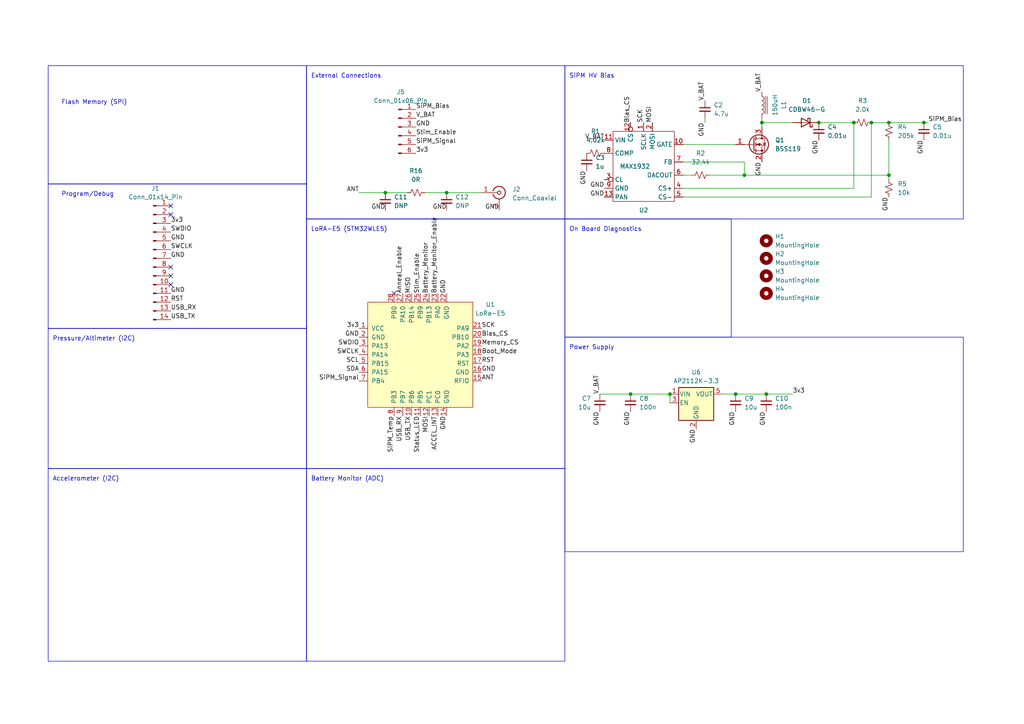
<source format=kicad_sch>
(kicad_sch (version 20230121) (generator eeschema)
  (paper "A4")
  (lib_symbols
    (symbol "Connector:Conn_01x06_Pin" (pin_names (offset 1.016) hide)
      (property "Reference" "J" (at 0 7.62 0))
      (property "Value" "Conn_01x06_Pin" (at 0 -10.16 0))
      (symbol "Conn_01x06_Pin_1_1"
        (polyline (pts (xy 1.27 -7.62) (xy 0.8636 -7.62)) (stroke (width 0.1524)))
        (polyline (pts (xy 1.27 -5.08) (xy 0.8636 -5.08)) (stroke (width 0.1524)))
        (polyline (pts (xy 1.27 -2.54) (xy 0.8636 -2.54)) (stroke (width 0.1524)))
        (polyline (pts (xy 1.27 0) (xy 0.8636 0)) (stroke (width 0.1524)))
        (polyline (pts (xy 1.27 2.54) (xy 0.8636 2.54)) (stroke (width 0.1524)))
        (polyline (pts (xy 1.27 5.08) (xy 0.8636 5.08)) (stroke (width 0.1524)))
        (rectangle (start 0.8636 -7.493) (end 0 -7.747) (stroke (width 0.1524)) (fill (type outline)))
        (rectangle (start 0.8636 -4.953) (end 0 -5.207) (stroke (width 0.1524)) (fill (type outline)))
        (rectangle (start 0.8636 -2.413) (end 0 -2.667) (stroke (width 0.1524)) (fill (type outline)))
        (rectangle (start 0.8636 0.127) (end 0 -0.127) (stroke (width 0.1524)) (fill (type outline)))
        (rectangle (start 0.8636 2.667) (end 0 2.413) (stroke (width 0.1524)) (fill (type outline)))
        (rectangle (start 0.8636 5.207) (end 0 4.953) (stroke (width 0.1524)) (fill (type outline)))
        (pin passive line (at 5.08 5.08 180) (length 3.81) (name "Pin_1") (number "1"))
        (pin passive line (at 5.08 2.54 180) (length 3.81) (name "Pin_2") (number "2"))
        (pin passive line (at 5.08 0 180) (length 3.81) (name "Pin_3") (number "3"))
        (pin passive line (at 5.08 -2.54 180) (length 3.81) (name "Pin_4") (number "4"))
        (pin passive line (at 5.08 -5.08 180) (length 3.81) (name "Pin_5") (number "5"))
        (pin passive line (at 5.08 -7.62 180) (length 3.81) (name "Pin_6") (number "6"))
      )
    )
    (symbol "Connector:Conn_01x14_Pin" (pin_names (offset 1.016) hide)
      (property "Reference" "J" (at 0 17.78 0))
      (property "Value" "Conn_01x14_Pin" (at 0 -20.32 0))
      (symbol "Conn_01x14_Pin_1_1"
        (polyline (pts (xy 1.27 -17.78) (xy 0.8636 -17.78)) (stroke (width 0.1524)))
        (polyline (pts (xy 1.27 -15.24) (xy 0.8636 -15.24)) (stroke (width 0.1524)))
        (polyline (pts (xy 1.27 -12.7) (xy 0.8636 -12.7)) (stroke (width 0.1524)))
        (polyline (pts (xy 1.27 -10.16) (xy 0.8636 -10.16)) (stroke (width 0.1524)))
        (polyline (pts (xy 1.27 -7.62) (xy 0.8636 -7.62)) (stroke (width 0.1524)))
        (polyline (pts (xy 1.27 -5.08) (xy 0.8636 -5.08)) (stroke (width 0.1524)))
        (polyline (pts (xy 1.27 -2.54) (xy 0.8636 -2.54)) (stroke (width 0.1524)))
        (polyline (pts (xy 1.27 0) (xy 0.8636 0)) (stroke (width 0.1524)))
        (polyline (pts (xy 1.27 2.54) (xy 0.8636 2.54)) (stroke (width 0.1524)))
        (polyline (pts (xy 1.27 5.08) (xy 0.8636 5.08)) (stroke (width 0.1524)))
        (polyline (pts (xy 1.27 7.62) (xy 0.8636 7.62)) (stroke (width 0.1524)))
        (polyline (pts (xy 1.27 10.16) (xy 0.8636 10.16)) (stroke (width 0.1524)))
        (polyline (pts (xy 1.27 12.7) (xy 0.8636 12.7)) (stroke (width 0.1524)))
        (polyline (pts (xy 1.27 15.24) (xy 0.8636 15.24)) (stroke (width 0.1524)))
        (rectangle (start 0.8636 -17.653) (end 0 -17.907) (stroke (width 0.1524)) (fill (type outline)))
        (rectangle (start 0.8636 -15.113) (end 0 -15.367) (stroke (width 0.1524)) (fill (type outline)))
        (rectangle (start 0.8636 -12.573) (end 0 -12.827) (stroke (width 0.1524)) (fill (type outline)))
        (rectangle (start 0.8636 -10.033) (end 0 -10.287) (stroke (width 0.1524)) (fill (type outline)))
        (rectangle (start 0.8636 -7.493) (end 0 -7.747) (stroke (width 0.1524)) (fill (type outline)))
        (rectangle (start 0.8636 -4.953) (end 0 -5.207) (stroke (width 0.1524)) (fill (type outline)))
        (rectangle (start 0.8636 -2.413) (end 0 -2.667) (stroke (width 0.1524)) (fill (type outline)))
        (rectangle (start 0.8636 0.127) (end 0 -0.127) (stroke (width 0.1524)) (fill (type outline)))
        (rectangle (start 0.8636 2.667) (end 0 2.413) (stroke (width 0.1524)) (fill (type outline)))
        (rectangle (start 0.8636 5.207) (end 0 4.953) (stroke (width 0.1524)) (fill (type outline)))
        (rectangle (start 0.8636 7.747) (end 0 7.493) (stroke (width 0.1524)) (fill (type outline)))
        (rectangle (start 0.8636 10.287) (end 0 10.033) (stroke (width 0.1524)) (fill (type outline)))
        (rectangle (start 0.8636 12.827) (end 0 12.573) (stroke (width 0.1524)) (fill (type outline)))
        (rectangle (start 0.8636 15.367) (end 0 15.113) (stroke (width 0.1524)) (fill (type outline)))
        (pin passive line (at 5.08 15.24 180) (length 3.81) (name "Pin_1") (number "1"))
        (pin passive line (at 5.08 -7.62 180) (length 3.81) (name "Pin_10") (number "10"))
        (pin passive line (at 5.08 -10.16 180) (length 3.81) (name "Pin_11") (number "11"))
        (pin passive line (at 5.08 -12.7 180) (length 3.81) (name "Pin_12") (number "12"))
        (pin passive line (at 5.08 -15.24 180) (length 3.81) (name "Pin_13") (number "13"))
        (pin passive line (at 5.08 -17.78 180) (length 3.81) (name "Pin_14") (number "14"))
        (pin passive line (at 5.08 12.7 180) (length 3.81) (name "Pin_2") (number "2"))
        (pin passive line (at 5.08 10.16 180) (length 3.81) (name "Pin_3") (number "3"))
        (pin passive line (at 5.08 7.62 180) (length 3.81) (name "Pin_4") (number "4"))
        (pin passive line (at 5.08 5.08 180) (length 3.81) (name "Pin_5") (number "5"))
        (pin passive line (at 5.08 2.54 180) (length 3.81) (name "Pin_6") (number "6"))
        (pin passive line (at 5.08 0 180) (length 3.81) (name "Pin_7") (number "7"))
        (pin passive line (at 5.08 -2.54 180) (length 3.81) (name "Pin_8") (number "8"))
        (pin passive line (at 5.08 -5.08 180) (length 3.81) (name "Pin_9") (number "9"))
      )
    )
    (symbol "Connector:Conn_Coaxial" (pin_names (offset 1.016) hide)
      (property "Reference" "J" (at 0.254 3.048 0))
      (property "Value" "Conn_Coaxial" (at 2.921 0 90))
      (symbol "Conn_Coaxial_0_1"
        (arc (start -1.778 -0.508) (mid 0.2311 -1.8066) (end 1.778 0) (stroke (width 0.254)))
        (polyline (pts (xy -2.54 0) (xy -0.508 0)))
        (polyline (pts (xy 0 -2.54) (xy 0 -1.778)))
        (circle (center 0 0) (radius 0.508) (stroke (width 0.2032)))
        (arc (start 1.778 0) (mid 0.2099 1.8101) (end -1.778 0.508) (stroke (width 0.254)))
      )
      (symbol "Conn_Coaxial_1_1"
        (pin passive line (at -5.08 0 0) (length 2.54) (name "In") (number "1"))
        (pin passive line (at 0 -5.08 90) (length 2.54) (name "Ext") (number "2"))
      )
    )
    (symbol "Device:C_Small" (pin_numbers hide) (pin_names (offset 0.254) hide)
      (property "Reference" "C" (at 0.254 1.778 0))
      (property "Value" "C_Small" (at 0.254 -2.032 0))
      (symbol "C_Small_0_1"
        (polyline (pts (xy -1.524 -0.508) (xy 1.524 -0.508)) (stroke (width 0.3302)))
        (polyline (pts (xy -1.524 0.508) (xy 1.524 0.508)) (stroke (width 0.3048)))
      )
      (symbol "C_Small_1_1"
        (pin passive line (at 0 2.54 270) (length 2.032) (name "~") (number "1"))
        (pin passive line (at 0 -2.54 90) (length 2.032) (name "~") (number "2"))
      )
    )
    (symbol "Device:D_Schottky" (pin_numbers hide) (pin_names (offset 1.016) hide)
      (property "Reference" "D" (at 0 2.54 0))
      (property "Value" "D_Schottky" (at 0 -2.54 0))
      (symbol "D_Schottky_0_1"
        (polyline (pts (xy 1.27 0) (xy -1.27 0)))
        (polyline (pts (xy 1.27 1.27) (xy 1.27 -1.27) (xy -1.27 0) (xy 1.27 1.27)) (stroke (width 0.254)))
        (polyline (pts (xy -1.905 0.635) (xy -1.905 1.27) (xy -1.27 1.27) (xy -1.27 -1.27) (xy -0.635 -1.27) (xy -0.635 -0.635)) (stroke (width 0.254)))
      )
      (symbol "D_Schottky_1_1"
        (pin passive line (at -3.81 0 0) (length 2.54) (name "K") (number "1"))
        (pin passive line (at 3.81 0 180) (length 2.54) (name "A") (number "2"))
      )
    )
    (symbol "Device:L_Iron" (pin_numbers hide) (pin_names (offset 1.016) hide)
      (property "Reference" "L" (at -1.27 0 90))
      (property "Value" "L_Iron" (at 2.794 0 90))
      (symbol "L_Iron_0_1"
        (arc (start 0 -2.54) (mid 0.6323 -1.905) (end 0 -1.27))
        (arc (start 0 -1.27) (mid 0.6323 -0.635) (end 0 0))
        (polyline (pts (xy 1.016 2.54) (xy 1.016 -2.54)))
        (polyline (pts (xy 1.524 -2.54) (xy 1.524 2.54)))
        (arc (start 0 0) (mid 0.6323 0.635) (end 0 1.27))
        (arc (start 0 1.27) (mid 0.6323 1.905) (end 0 2.54))
      )
      (symbol "L_Iron_1_1"
        (pin passive line (at 0 3.81 270) (length 1.27) (name "1") (number "1"))
        (pin passive line (at 0 -3.81 90) (length 1.27) (name "2") (number "2"))
      )
    )
    (symbol "Device:R_Small_US" (pin_numbers hide) (pin_names (offset 0.254) hide)
      (property "Reference" "R" (at 0.762 0.508 0))
      (property "Value" "R_Small_US" (at 0.762 -1.016 0))
      (symbol "R_Small_US_1_1"
        (polyline (pts (xy 0 0) (xy 1.016 -0.381) (xy 0 -0.762) (xy -1.016 -1.143) (xy 0 -1.524)))
        (polyline (pts (xy 0 1.524) (xy 1.016 1.143) (xy 0 0.762) (xy -1.016 0.381) (xy 0 0)))
        (pin passive line (at 0 2.54 270) (length 1.016) (name "~") (number "1"))
        (pin passive line (at 0 -2.54 90) (length 1.016) (name "~") (number "2"))
      )
    )
    (symbol "LoRa-E5:LoRa-E5" (pin_names (offset 1.016))
      (property "Reference" "U" (at 0 0 0))
      (property "Value" "LoRa-E5" (at 0 2.54 0))
      (symbol "LoRa-E5_0_1"
        (rectangle (start -15.24 15.24) (end 15.24 -15.24) (fill (type background)))
      )
      (symbol "LoRa-E5_1_1"
        (pin input line (at -17.78 7.62 0) (length 2.54) (name "VCC") (number "1"))
        (pin input line (at -2.54 -17.78 90) (length 2.54) (name "PB6") (number "10"))
        (pin input line (at 0 -17.78 90) (length 2.54) (name "PB5") (number "11"))
        (pin input line (at 2.54 -17.78 90) (length 2.54) (name "PC1") (number "12"))
        (pin input line (at 5.08 -17.78 90) (length 2.54) (name "PC0") (number "13"))
        (pin input line (at 7.62 -17.78 90) (length 2.54) (name "GND") (number "14"))
        (pin input line (at 17.78 -7.62 180) (length 2.54) (name "RFIO") (number "15"))
        (pin input line (at 17.78 -5.08 180) (length 2.54) (name "GND") (number "16"))
        (pin input line (at 17.78 -2.54 180) (length 2.54) (name "RST") (number "17"))
        (pin input line (at 17.78 0 180) (length 2.54) (name "PA3") (number "18"))
        (pin input line (at 17.78 2.54 180) (length 2.54) (name "PA2") (number "19"))
        (pin input line (at -17.78 5.08 0) (length 2.54) (name "GND") (number "2"))
        (pin input line (at 17.78 5.08 180) (length 2.54) (name "PB10") (number "20"))
        (pin input line (at 17.78 7.62 180) (length 2.54) (name "PA9") (number "21"))
        (pin input line (at 7.62 17.78 270) (length 2.54) (name "GND") (number "22"))
        (pin input line (at 5.08 17.78 270) (length 2.54) (name "PA0") (number "23"))
        (pin input line (at 2.54 17.78 270) (length 2.54) (name "PB13~{}") (number "24"))
        (pin input line (at 0 17.78 270) (length 2.54) (name "PB9") (number "25"))
        (pin input line (at -2.54 17.78 270) (length 2.54) (name "PB14") (number "26"))
        (pin input line (at -5.08 17.78 270) (length 2.54) (name "PA10") (number "27"))
        (pin input line (at -7.62 17.78 270) (length 2.54) (name "PB0") (number "28"))
        (pin input line (at -17.78 2.54 0) (length 2.54) (name "PA13") (number "3"))
        (pin input line (at -17.78 0 0) (length 2.54) (name "PA14") (number "4"))
        (pin input line (at -17.78 -2.54 0) (length 2.54) (name "PB15") (number "5"))
        (pin input line (at -17.78 -5.08 0) (length 2.54) (name "PA15") (number "6"))
        (pin input line (at -17.78 -7.62 0) (length 2.54) (name "PB4") (number "7"))
        (pin input line (at -7.62 -17.78 90) (length 2.54) (name "PB3") (number "8"))
        (pin input line (at -5.08 -17.78 90) (length 2.54) (name "PB7") (number "9"))
      )
    )
    (symbol "MAX1932:MAX1932"
      (property "Reference" "U" (at -6.35 -12.7 0))
      (symbol "MAX1932_0_1"
        (rectangle (start -8.89 10.16) (end 8.89 -10.16))
      )
      (symbol "MAX1932_1_1"
        (pin input line (at 0 12.7 270) (length 2.54) (name "SCLK") (number "1"))
        (pin input line (at 11.43 6.35 180) (length 2.54) (name "GATE") (number "10"))
        (pin input line (at -11.43 7.62 0) (length 2.54) (name "VIN") (number "11"))
        (pin input inverted (at -3.81 12.7 270) (length 2.54) (name "CS") (number "12"))
        (pin input line (at -11.43 -8.89 0) (length 2.54) (name "PAN") (number "13"))
        (pin input line (at 2.54 12.7 270) (length 2.54) (name "MOSI") (number "2"))
        (pin input inverted (at -11.43 -3.81 0) (length 2.54) (name "CL") (number "3"))
        (pin input line (at 11.43 -6.35 180) (length 2.54) (name "CS+") (number "4"))
        (pin input line (at 11.43 -8.89 180) (length 2.54) (name "CS-") (number "5"))
        (pin input line (at 11.43 -2.54 180) (length 2.54) (name "DACOUT") (number "6"))
        (pin input line (at 11.43 1.27 180) (length 2.54) (name "FB") (number "7"))
        (pin input line (at -11.43 3.81 0) (length 2.54) (name "COMP") (number "8"))
        (pin input line (at -11.43 -6.35 0) (length 2.54) (name "GND") (number "9"))
      )
    )
    (symbol "Mechanical:MountingHole" (pin_names (offset 1.016))
      (property "Reference" "H" (at 0 5.08 0))
      (property "Value" "MountingHole" (at 0 3.175 0))
      (symbol "MountingHole_0_1"
        (circle (center 0 0) (radius 1.27) (stroke (width 1.27)))
      )
    )
    (symbol "Regulator_Linear:AP2112K-3.3" (pin_names (offset 0.254))
      (property "Reference" "U" (at -5.08 5.715 0))
      (property "Value" "AP2112K-3.3" (at 0 5.715 0))
      (symbol "AP2112K-3.3_0_1"
        (rectangle (start -5.08 4.445) (end 5.08 -5.08) (stroke (width 0.254)) (fill (type background)))
      )
      (symbol "AP2112K-3.3_1_1"
        (pin power_in line (at -7.62 2.54 0) (length 2.54) (name "VIN") (number "1"))
        (pin power_in line (at 0 -7.62 90) (length 2.54) (name "GND") (number "2"))
        (pin input line (at -7.62 0 0) (length 2.54) (name "EN") (number "3"))
        (pin no_connect line (at 5.08 0 180) (length 2.54) hide (name "NC") (number "4"))
        (pin power_out line (at 7.62 2.54 180) (length 2.54) (name "VOUT") (number "5"))
      )
    )
    (symbol "Transistor_FET:BSS138" (pin_names hide)
      (property "Reference" "Q" (at 5.08 1.905 0))
      (property "Value" "BSS138" (at 5.08 0 0))
      (symbol "BSS138_0_1"
        (polyline (pts (xy 0.254 0) (xy -2.54 0)))
        (polyline (pts (xy 0.254 1.905) (xy 0.254 -1.905)) (stroke (width 0.254)))
        (polyline (pts (xy 0.762 -1.27) (xy 0.762 -2.286)) (stroke (width 0.254)))
        (polyline (pts (xy 0.762 0.508) (xy 0.762 -0.508)) (stroke (width 0.254)))
        (polyline (pts (xy 0.762 2.286) (xy 0.762 1.27)) (stroke (width 0.254)))
        (polyline (pts (xy 2.54 2.54) (xy 2.54 1.778)))
        (polyline (pts (xy 2.54 -2.54) (xy 2.54 0) (xy 0.762 0)))
        (polyline (pts (xy 0.762 -1.778) (xy 3.302 -1.778) (xy 3.302 1.778) (xy 0.762 1.778)))
        (polyline (pts (xy 1.016 0) (xy 2.032 0.381) (xy 2.032 -0.381) (xy 1.016 0)) (fill (type outline)))
        (polyline (pts (xy 2.794 0.508) (xy 2.921 0.381) (xy 3.683 0.381) (xy 3.81 0.254)))
        (polyline (pts (xy 3.302 0.381) (xy 2.921 -0.254) (xy 3.683 -0.254) (xy 3.302 0.381)))
        (circle (center 1.651 0) (radius 2.794) (stroke (width 0.254)))
        (circle (center 2.54 -1.778) (radius 0.254) (fill (type outline)))
        (circle (center 2.54 1.778) (radius 0.254) (fill (type outline)))
      )
      (symbol "BSS138_1_1"
        (pin input line (at -5.08 0 0) (length 2.54) (name "G") (number "1"))
        (pin passive line (at 2.54 -5.08 90) (length 2.54) (name "S") (number "2"))
        (pin passive line (at 2.54 5.08 270) (length 2.54) (name "D") (number "3"))
      )
    )
  )
  (junction (at 252.73 35.56))
  (junction (at 213.36 114.3))
  (junction (at 129.54 55.88))
  (junction (at 182.88 114.3))
  (junction (at 220.98 35.56))
  (junction (at 111.76 55.88))
  (junction (at 222.25 114.3))
  (junction (at 237.49 35.56))
  (junction (at 267.97 35.56))
  (junction (at 257.81 50.8))
  (junction (at 257.81 35.56))
  (junction (at 247.65 35.56))
  (junction (at 194.31 114.3))
  (junction (at 215.9 50.8))
  (no_connect (at 114.3 85.09))
  (no_connect (at 49.53 59.69))
  (no_connect (at 49.53 80.01))
  (no_connect (at 49.53 77.47))
  (no_connect (at 49.53 82.55))
  (no_connect (at 49.53 62.23))
  (wire (pts (xy 222.25 114.3) (xy 229.87 114.3)))
  (wire (pts (xy 198.12 46.99) (xy 215.9 46.99)))
  (wire (pts (xy 215.9 46.99) (xy 215.9 50.8)))
  (wire (pts (xy 257.81 50.8) (xy 257.81 40.64)))
  (wire (pts (xy 129.54 55.88) (xy 139.7 55.88)))
  (wire (pts (xy 104.14 55.88) (xy 111.76 55.88)))
  (wire (pts (xy 198.12 50.8) (xy 200.66 50.8)))
  (wire (pts (xy 213.36 114.3) (xy 222.25 114.3)))
  (wire (pts (xy 194.31 114.3) (xy 194.31 116.84)))
  (wire (pts (xy 215.9 50.8) (xy 257.81 50.8)))
  (wire (pts (xy 252.73 35.56) (xy 257.81 35.56)))
  (wire (pts (xy 198.12 54.61) (xy 247.65 54.61)))
  (wire (pts (xy 111.76 55.88) (xy 118.11 55.88)))
  (wire (pts (xy 182.88 114.3) (xy 194.31 114.3)))
  (wire (pts (xy 198.12 41.91) (xy 213.36 41.91)))
  (wire (pts (xy 173.99 114.3) (xy 182.88 114.3)))
  (wire (pts (xy 220.98 34.29) (xy 220.98 35.56)))
  (wire (pts (xy 209.55 114.3) (xy 213.36 114.3)))
  (wire (pts (xy 267.97 35.56) (xy 269.24 35.56)))
  (wire (pts (xy 252.73 57.15) (xy 252.73 35.56)))
  (wire (pts (xy 257.81 52.07) (xy 257.81 50.8)))
  (wire (pts (xy 220.98 35.56) (xy 220.98 36.83)))
  (wire (pts (xy 247.65 35.56) (xy 237.49 35.56)))
  (wire (pts (xy 205.74 50.8) (xy 215.9 50.8)))
  (wire (pts (xy 247.65 54.61) (xy 247.65 35.56)))
  (wire (pts (xy 257.81 35.56) (xy 267.97 35.56)))
  (wire (pts (xy 123.19 55.88) (xy 129.54 55.88)))
  (wire (pts (xy 220.98 35.56) (xy 229.87 35.56)))
  (wire (pts (xy 198.12 57.15) (xy 252.73 57.15)))
  (wire (pts (xy 204.47 34.29) (xy 204.47 35.56)))
  (rectangle (start 88.9 135.89) (end 163.83 191.77))
  (rectangle (start 88.9 19.05) (end 163.83 63.5))
  (rectangle (start 163.83 63.5) (end 212.09 97.79))
  (rectangle (start 13.97 53.34) (end 88.9 95.25))
  (rectangle (start 13.97 135.89) (end 88.9 191.77))
  (rectangle (start 163.83 97.79) (end 279.4 160.02))
  (rectangle (start 88.9 63.5) (end 163.83 135.89))
  (rectangle (start 13.97 19.05) (end 88.9 53.34))
  (rectangle (start 13.97 95.25) (end 88.9 135.89))
  (rectangle (start 163.83 19.05) (end 279.4 63.5))
  (text "Power Supply" (at 165.1 101.6 0) (effects (font (size 1.27 1.27)) (justify left bottom)))
  (text "Pressure/Altimeter (I2C)" (at 15.24 99.06 0) (effects (font (size 1.27 1.27)) (justify left bottom)))
  (text "Accelerometer (I2C)" (at 15.24 139.7 0) (effects (font (size 1.27 1.27)) (justify left bottom)))
  (text "On Board Diagnostics" (at 165.1 67.31 0) (effects (font (size 1.27 1.27)) (justify left bottom)))
  (text "Flash Memory (SPI)" (at 17.78 30.48 0) (effects (font (size 1.27 1.27)) (justify left bottom)))
  (text "External Connections" (at 90.17 22.86 0) (effects (font (size 1.27 1.27)) (justify left bottom)))
  (text "SiPM HV Bias" (at 165.1 22.86 0) (effects (font (size 1.27 1.27)) (justify left bottom)))
  (text "Program/Debug" (at 17.78 57.15 0) (effects (font (size 1.27 1.27)) (justify left bottom)))
  (text "LoRA-E5 (STM32WLE5)" (at 90.17 67.31 0) (effects (font (size 1.27 1.27)) (justify left bottom)))
  (text "Battery Monitor (ADC)" (at 90.17 139.7 0) (effects (font (size 1.27 1.27)) (justify left bottom)))
  (label "V_BAT" (at 120.65 34.29 0))
  (label "GND" (at 49.53 69.85 0))
  (label "ANT" (at 139.7 110.49 0))
  (label "GND" (at 213.36 119.38 270))
  (label "SCK" (at 186.69 35.56 90))
  (label "USB_RX" (at 49.53 90.17 0))
  (label "USB_TX" (at 119.38 120.65 270))
  (label "GND" (at 111.76 60.96 180))
  (label "Stim_Enable" (at 121.92 85.09 90))
  (label "GND" (at 104.14 97.79 180))
  (label "Battery_Monitor" (at 124.46 85.09 90))
  (label "3v3" (at 229.87 114.3 0))
  (label "3v3" (at 49.53 64.77 0))
  (label "V_BAT" (at 220.98 26.67 90))
  (label "ANT" (at 104.14 55.88 180))
  (label "3v3" (at 104.14 95.25 180))
  (label "GND" (at 267.97 40.64 270))
  (label "MOSI" (at 189.23 35.56 90))
  (label "Bias_CS" (at 182.88 35.56 90))
  (label "SCL" (at 104.14 105.41 180))
  (label "V_BAT" (at 175.26 40.64 180))
  (label "GND" (at 182.88 119.38 270))
  (label "V_BAT" (at 173.99 114.3 90))
  (label "GND" (at 175.26 57.15 180))
  (label "GND" (at 170.18 49.53 270))
  (label "GND" (at 237.49 40.64 270))
  (label "SWDIO" (at 104.14 100.33 180))
  (label "GND" (at 129.54 120.65 270))
  (label "GND" (at 222.25 119.38 270))
  (label "RST" (at 49.53 87.63 0))
  (label "Battery_Monitor_Enable" (at 127 85.09 90))
  (label "Status_LED" (at 121.92 120.65 270))
  (label "SiPM_Temp" (at 114.3 120.65 270))
  (label "ACCEL_INT" (at 127 120.65 270))
  (label "USB_TX" (at 49.53 92.71 0))
  (label "RST" (at 139.7 105.41 0))
  (label "V_BAT" (at 204.47 29.21 90))
  (label "SiPM_Bias" (at 120.65 31.75 0))
  (label "Memory_CS" (at 139.7 100.33 0))
  (label "GND" (at 129.54 60.96 180))
  (label "SDA" (at 104.14 107.95 180))
  (label "GND" (at 139.7 107.95 0))
  (label "MOSI" (at 124.46 120.65 270))
  (label "Boot_Mode" (at 139.7 102.87 0))
  (label "SiPM_Signal" (at 104.14 110.49 180))
  (label "GND" (at 201.93 124.46 270))
  (label "GND" (at 49.53 74.93 0))
  (label "SWDIO" (at 49.53 67.31 0))
  (label "SCK" (at 139.7 95.25 0))
  (label "GND" (at 144.78 60.96 180))
  (label "SiPM_Signal" (at 120.65 41.91 0))
  (label "GND" (at 257.81 57.15 270))
  (label "GND" (at 204.47 35.56 270))
  (label "USB_RX" (at 116.84 120.65 270))
  (label "GND" (at 175.26 54.61 180))
  (label "GND" (at 220.98 46.99 270))
  (label "SWCLK" (at 49.53 72.39 0))
  (label "GND" (at 173.99 119.38 270))
  (label "GND" (at 120.65 36.83 0))
  (label "Stim_Enable" (at 120.65 39.37 0))
  (label "SWCLK" (at 104.14 102.87 180))
  (label "GND" (at 49.53 85.09 0))
  (label "GND" (at 129.54 85.09 90))
  (label "Anneal_Enable" (at 116.84 85.09 90))
  (label "MISO" (at 119.38 85.09 90))
  (label "SiPM_Bias" (at 269.24 35.56 0))
  (label "Bias_CS" (at 139.7 97.79 0))
  (label "3v3" (at 120.65 44.45 0))
  (symbol (lib_id "LoRa-E5:LoRa-E5") (at 121.92 102.87 0) (unit 1)
    (property "Reference" "U1" (at 142.24 88.3219 0))
    (property "Value" "LoRa-E5" (at 142.24 90.8619 0))
    (property "Footprint" "LoRa-E5:LoRa-E5" (effects hide))
  )
  (symbol (lib_id "Device:C_Small") (at 173.99 116.84 0) (mirror y) (unit 1)
    (property "Reference" "C7" (at 171.45 115.5763 0) (effects (justify left)))
    (property "Value" "10u" (at 171.45 118.1163 0) (effects (justify left)))
    (property "Footprint" "Capacitor_SMD:C_0805_2012Metric_Pad1.18x1.45mm_HandSolder" (effects hide))
  )
  (symbol (lib_id "Connector:Conn_01x06_Pin") (at 115.57 36.83 0) (unit 1)
    (property "Reference" "J5" (at 116.205 26.67 0))
    (property "Value" "Conn_01x06_Pin" (at 116.205 29.21 0))
    (property "Footprint" "Connector:Tag-Connect_TC2030-IDC-FP_2x03_P1.27mm_Vertical" (effects hide))
  )
  (symbol (lib_id "Connector:Conn_01x14_Pin") (at 44.45 74.93 0) (unit 1)
    (property "Reference" "J1" (at 45.085 54.61 0))
    (property "Value" "Conn_01x14_Pin" (at 45.085 57.15 0))
    (property "Footprint" "Connector:Tag-Connect_TC2070-IDC-FP_2x07_P1.27mm_Vertical" (effects hide))
  )
  (symbol (lib_id "Device:C_Small") (at 129.54 58.42 0) (unit 1)
    (property "Reference" "C12" (at 132.08 57.1563 0) (effects (justify left)))
    (property "Value" "DNP" (at 132.08 59.6963 0) (effects (justify left)))
    (property "Footprint" "Capacitor_SMD:C_0805_2012Metric_Pad1.18x1.45mm_HandSolder" (effects hide))
  )
  (symbol (lib_id "Mechanical:MountingHole") (at 222.25 80.01 0) (unit 1)
    (property "Reference" "H3" (at 224.79 78.74 0) (effects (justify left)))
    (property "Value" "MountingHole" (at 224.79 81.28 0) (effects (justify left)))
    (property "Footprint" "MountingHole:MountingHole_3.2mm_M3_DIN965" (effects hide))
  )
  (symbol (lib_id "Transistor_FET:BSS138") (at 218.44 41.91 0) (unit 1)
    (property "Reference" "Q1" (at 224.79 40.64 0) (effects (justify left)))
    (property "Value" "BSS119" (at 224.79 43.18 0) (effects (justify left)))
    (property "Footprint" "Package_TO_SOT_SMD:SOT-23" (effects hide))
    (property "Datasheet" "https://www.onsemi.com/pub/Collateral/BSS138-D.PDF" (effects hide))
  )
  (symbol (lib_id "Device:C_Small") (at 213.36 116.84 0) (unit 1)
    (property "Reference" "C9" (at 215.9 115.5763 0) (effects (justify left)))
    (property "Value" "10u" (at 215.9 118.1163 0) (effects (justify left)))
    (property "Footprint" "Capacitor_SMD:C_0805_2012Metric_Pad1.18x1.45mm_HandSolder" (effects hide))
  )
  (symbol (lib_id "Device:R_Small_US") (at 203.2 50.8 90) (unit 1)
    (property "Reference" "R2" (at 203.2 44.45 90))
    (property "Value" "32.4k" (at 203.2 46.99 90))
    (property "Footprint" "Resistor_SMD:R_0805_2012Metric_Pad1.20x1.40mm_HandSolder" (effects hide))
  )
  (symbol (lib_id "MAX1932:MAX1932") (at 186.69 48.26 0) (unit 1)
    (property "Reference" "U2" (at 186.69 60.96 0))
    (property "Value" "MAX1932" (at 184.15 48.26 0))
    (property "Footprint" "Library:MAX1932_handsolder" (effects hide))
  )
  (symbol (lib_id "Device:C_Small") (at 111.76 58.42 0) (unit 1)
    (property "Reference" "C11" (at 114.3 57.1563 0) (effects (justify left)))
    (property "Value" "DNP" (at 114.3 59.6963 0) (effects (justify left)))
    (property "Footprint" "Capacitor_SMD:C_0805_2012Metric_Pad1.18x1.45mm_HandSolder" (effects hide))
  )
  (symbol (lib_id "Device:C_Small") (at 267.97 38.1 0) (unit 1)
    (property "Reference" "C5" (at 270.51 36.8363 0) (effects (justify left)))
    (property "Value" "0.01u" (at 270.51 39.3763 0) (effects (justify left)))
    (property "Footprint" "Capacitor_SMD:C_0805_2012Metric_Pad1.18x1.45mm_HandSolder" (effects hide))
  )
  (symbol (lib_id "Mechanical:MountingHole") (at 222.25 74.93 0) (unit 1)
    (property "Reference" "H2" (at 224.79 73.66 0) (effects (justify left)))
    (property "Value" "MountingHole" (at 224.79 76.2 0) (effects (justify left)))
    (property "Footprint" "MountingHole:MountingHole_3.2mm_M3_DIN965" (effects hide))
  )
  (symbol (lib_id "Device:R_Small_US") (at 257.81 38.1 0) (unit 1)
    (property "Reference" "R4" (at 260.35 36.83 0) (effects (justify left)))
    (property "Value" "205k" (at 260.35 39.37 0) (effects (justify left)))
    (property "Footprint" "Resistor_SMD:R_0805_2012Metric_Pad1.20x1.40mm_HandSolder" (effects hide))
  )
  (symbol (lib_id "Device:C_Small") (at 170.18 46.99 0) (unit 1)
    (property "Reference" "C3" (at 172.72 45.7263 0) (effects (justify left)))
    (property "Value" "1u" (at 172.72 48.2663 0) (effects (justify left)))
    (property "Footprint" "Capacitor_SMD:C_0805_2012Metric_Pad1.18x1.45mm_HandSolder" (effects hide))
  )
  (symbol (lib_id "Device:C_Small") (at 237.49 38.1 0) (unit 1)
    (property "Reference" "C4" (at 240.03 36.8363 0) (effects (justify left)))
    (property "Value" "0.01u" (at 240.03 39.3763 0) (effects (justify left)))
    (property "Footprint" "Capacitor_SMD:C_0805_2012Metric_Pad1.18x1.45mm_HandSolder" (effects hide))
  )
  (symbol (lib_id "Device:D_Schottky") (at 233.68 35.56 180) (unit 1)
    (property "Reference" "D1" (at 233.9975 29.21 0))
    (property "Value" "CDBW46-G" (at 233.9975 31.75 0))
    (property "Footprint" "Diode_SMD:D_SOD-123" (effects hide))
  )
  (symbol (lib_id "Mechanical:MountingHole") (at 222.25 85.09 0) (unit 1)
    (property "Reference" "H4" (at 224.79 83.82 0) (effects (justify left)))
    (property "Value" "MountingHole" (at 224.79 86.36 0) (effects (justify left)))
    (property "Footprint" "MountingHole:MountingHole_3.2mm_M3_DIN965" (effects hide))
  )
  (symbol (lib_id "Mechanical:MountingHole") (at 222.25 69.85 0) (unit 1)
    (property "Reference" "H1" (at 224.79 68.58 0) (effects (justify left)))
    (property "Value" "MountingHole" (at 224.79 71.12 0) (effects (justify left)))
    (property "Footprint" "MountingHole:MountingHole_3.2mm_M3_DIN965" (effects hide))
  )
  (symbol (lib_id "Device:R_Small_US") (at 257.81 54.61 0) (unit 1)
    (property "Reference" "R5" (at 260.35 53.34 0) (effects (justify left)))
    (property "Value" "10k" (at 260.35 55.88 0) (effects (justify left)))
    (property "Footprint" "Resistor_SMD:R_0805_2012Metric_Pad1.20x1.40mm_HandSolder" (effects hide))
  )
  (symbol (lib_id "Device:C_Small") (at 222.25 116.84 0) (unit 1)
    (property "Reference" "C10" (at 224.79 115.5763 0) (effects (justify left)))
    (property "Value" "100n" (at 224.79 118.1163 0) (effects (justify left)))
    (property "Footprint" "Capacitor_SMD:C_0805_2012Metric_Pad1.18x1.45mm_HandSolder" (effects hide))
  )
  (symbol (lib_id "Regulator_Linear:AP2112K-3.3") (at 201.93 116.84 0) (unit 1)
    (property "Reference" "U6" (at 201.93 107.95 0))
    (property "Value" "AP2112K-3.3" (at 201.93 110.49 0))
    (property "Footprint" "Package_TO_SOT_SMD:SOT-23-5" (effects hide))
    (property "Datasheet" "https://www.diodes.com/assets/Datasheets/AP2112.pdf" (effects hide))
  )
  (symbol (lib_id "Device:R_Small_US") (at 250.19 35.56 90) (unit 1)
    (property "Reference" "R3" (at 250.19 29.21 90))
    (property "Value" "2.0k" (at 250.19 31.75 90))
    (property "Footprint" "Resistor_SMD:R_0805_2012Metric_Pad1.20x1.40mm_HandSolder" (effects hide))
  )
  (symbol (lib_id "Device:R_Small_US") (at 172.72 44.45 90) (unit 1)
    (property "Reference" "R1" (at 172.72 38.1 90))
    (property "Value" "4.02k" (at 172.72 40.64 90))
    (property "Footprint" "Resistor_SMD:R_0805_2012Metric_Pad1.20x1.40mm_HandSolder" (effects hide))
  )
  (symbol (lib_id "Device:C_Small") (at 204.47 31.75 0) (unit 1)
    (property "Reference" "C2" (at 207.01 30.4863 0) (effects (justify left)))
    (property "Value" "4.7u" (at 207.01 33.0263 0) (effects (justify left)))
    (property "Footprint" "Capacitor_SMD:C_0805_2012Metric_Pad1.18x1.45mm_HandSolder" (effects hide))
  )
  (symbol (lib_id "Device:R_Small_US") (at 120.65 55.88 270) (unit 1)
    (property "Reference" "R16" (at 120.65 49.53 90))
    (property "Value" "0R" (at 120.65 52.07 90))
    (property "Footprint" "Resistor_SMD:R_0805_2012Metric_Pad1.20x1.40mm_HandSolder" (effects hide))
  )
  (symbol (lib_id "Device:C_Small") (at 182.88 116.84 0) (unit 1)
    (property "Reference" "C8" (at 185.42 115.5763 0) (effects (justify left)))
    (property "Value" "100n" (at 185.42 118.1163 0) (effects (justify left)))
    (property "Footprint" "Capacitor_SMD:C_0805_2012Metric_Pad1.18x1.45mm_HandSolder" (effects hide))
  )
  (symbol (lib_id "Device:L_Iron") (at 220.98 30.48 0) (unit 1)
    (property "Reference" "L1" (at 227.33 30.48 90))
    (property "Value" "150uH" (at 224.79 30.48 90))
    (property "Footprint" "Library:SRN4026" (effects hide))
  )
  (symbol (lib_id "Connector:Conn_Coaxial") (at 144.78 55.88 0) (unit 1)
    (property "Reference" "J2" (at 148.59 54.9032 0) (effects (justify left)))
    (property "Value" "Conn_Coaxial" (at 148.59 57.4432 0) (effects (justify left)))
    (property "Footprint" "Connector_Coaxial:U.FL_Hirose_U.FL-R-SMT-1_Vertical" (effects hide))
    (property "Datasheet" " ~" (effects hide))
  )
)
</source>
